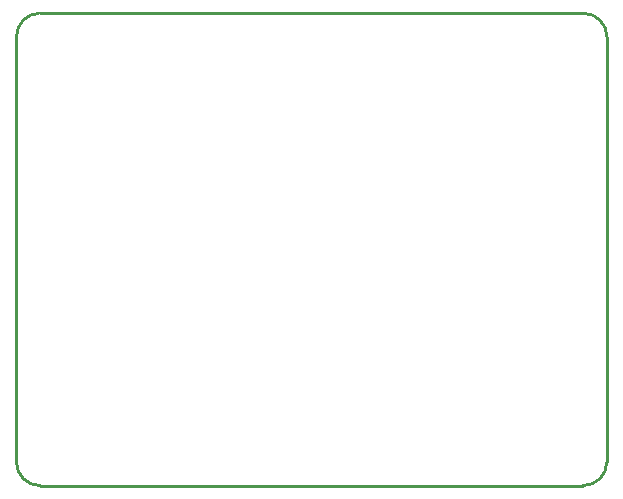
<source format=gko>
G04 Layer: BoardOutlineLayer*
G04 EasyEDA Pro v2.2.43.4, 2025-11-30 18:38:01*
G04 Gerber Generator version 0.3*
G04 Scale: 100 percent, Rotated: No, Reflected: No*
G04 Dimensions in millimeters*
G04 Leading zeros omitted, absolute positions, 4 integers and 5 decimals*
G04 Generated by custom config*
%FSLAX45Y45*%
%MOMM*%
%ADD10C,0.254*%
%ADD11C,0.4869*%
G75*


G04 Rect Start*
G54D10*
G01X0Y-3800000D02*
G01X0Y-200000D01*
G02X200000Y0I200000J0D01*
G01X4800000Y0D01*
G02X5000000Y-200000I0J-200000D01*
G01X5000000Y-3800000D01*
G02X4800000Y-4000000I-200000J0D01*
G01X200000Y-4000000D01*
G02X0Y-3800000I0J200000D01*
G04 Rect End*

M02*


</source>
